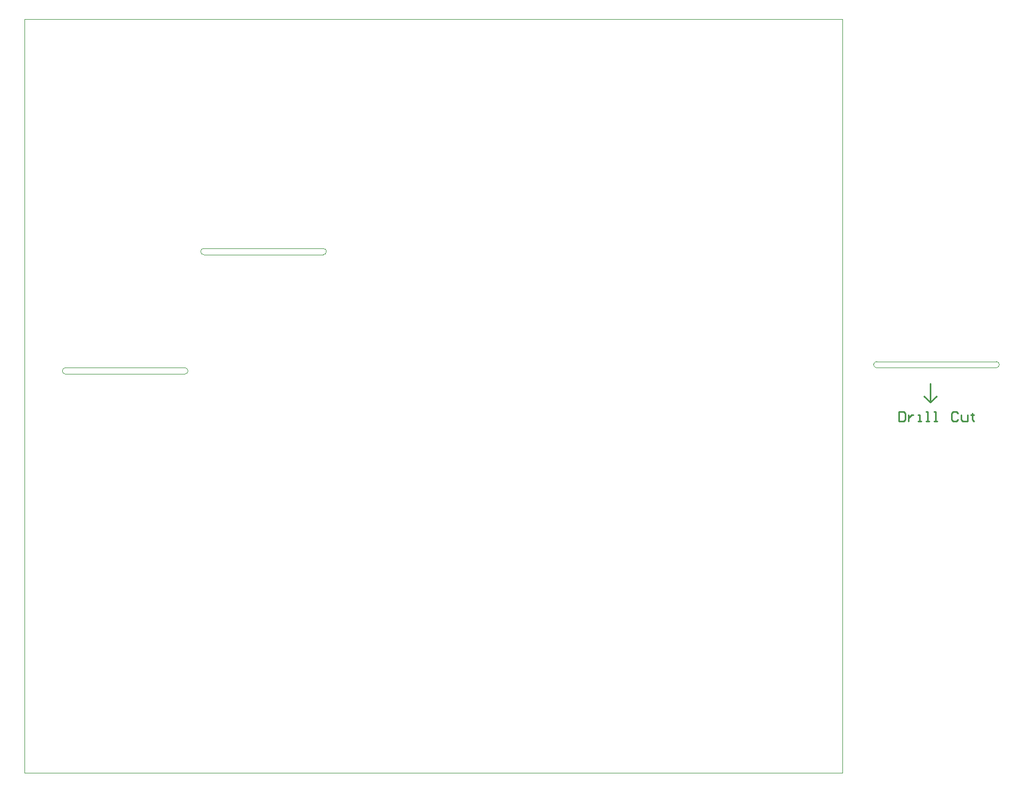
<source format=gm1>
G04 Layer_Color=16711935*
%FSLAX25Y25*%
%MOIN*%
G70*
G01*
G75*
%ADD29C,0.01000*%
%ADD31C,0.00200*%
D29*
X566929Y232283D02*
X570866Y236221D01*
X562992Y236221D02*
X566929Y232283D01*
Y244094D01*
X547244Y226470D02*
Y220472D01*
X550243D01*
X551243Y221472D01*
Y225471D01*
X550243Y226470D01*
X547244D01*
X553242Y224471D02*
Y220472D01*
Y222472D01*
X554242Y223471D01*
X555241Y224471D01*
X556241D01*
X559240Y220472D02*
X561240D01*
X560240D01*
Y224471D01*
X559240D01*
X564239Y220472D02*
X566238D01*
X565238D01*
Y226470D01*
X564239D01*
X569237Y220472D02*
X571236D01*
X570237D01*
Y226470D01*
X569237D01*
X584232Y225471D02*
X583232Y226470D01*
X581233D01*
X580233Y225471D01*
Y221472D01*
X581233Y220472D01*
X583232D01*
X584232Y221472D01*
X586232Y224471D02*
Y221472D01*
X587231Y220472D01*
X590230D01*
Y224471D01*
X593229Y225471D02*
Y224471D01*
X592230D01*
X594229D01*
X593229D01*
Y221472D01*
X594229Y220472D01*
D31*
X531496Y255906D02*
G03*
X533465Y253937I1969J0D01*
G01*
Y257874D02*
G03*
X531496Y255906I-0J-1969D01*
G01*
X610236Y255906D02*
G03*
X608268Y257874I-1969J-0D01*
G01*
X608268Y253937D02*
G03*
X610236Y255906I0J1969D01*
G01*
X100394Y250000D02*
G03*
X102362Y251969I0J1969D01*
G01*
X102362Y251969D02*
G03*
X100394Y253937I-1969J-0D01*
G01*
X25591Y253937D02*
G03*
X23622Y251969I-0J-1969D01*
G01*
Y251969D02*
G03*
X25591Y250000I1969J0D01*
G01*
X110236Y326772D02*
G03*
X112205Y324803I1969J0D01*
G01*
Y328740D02*
G03*
X110236Y326772I-0J-1969D01*
G01*
X188976Y326772D02*
G03*
X187008Y328740I-1969J-0D01*
G01*
X187008Y324803D02*
G03*
X188976Y326772I0J1969D01*
G01*
X533465Y253937D02*
X608268D01*
X533465Y257874D02*
X608268D01*
X0Y0D02*
Y472441D01*
X511811D01*
Y0D02*
Y472441D01*
X0Y0D02*
X511811D01*
X25591Y253937D02*
X100394D01*
X25591Y250000D02*
X100394D01*
X112205Y324803D02*
X187008D01*
X112205Y328740D02*
X187008D01*
M02*

</source>
